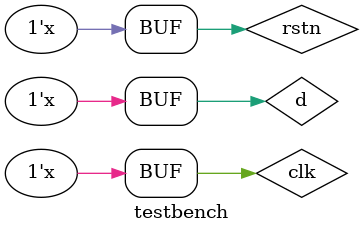
<source format=v>
module testbench; 

   reg d;
   reg clk;
   reg rstn;
   wire  out;

	ttf mux(d, clk, rstn, out);
   always #5 clk = ~clk;
	always #50 rstn = ~rstn;
	always #30 d = ~d;
    
    initial begin		
	d = 0;
	clk = 0; 
	rstn = 0;
			       
    end 
endmodule

</source>
